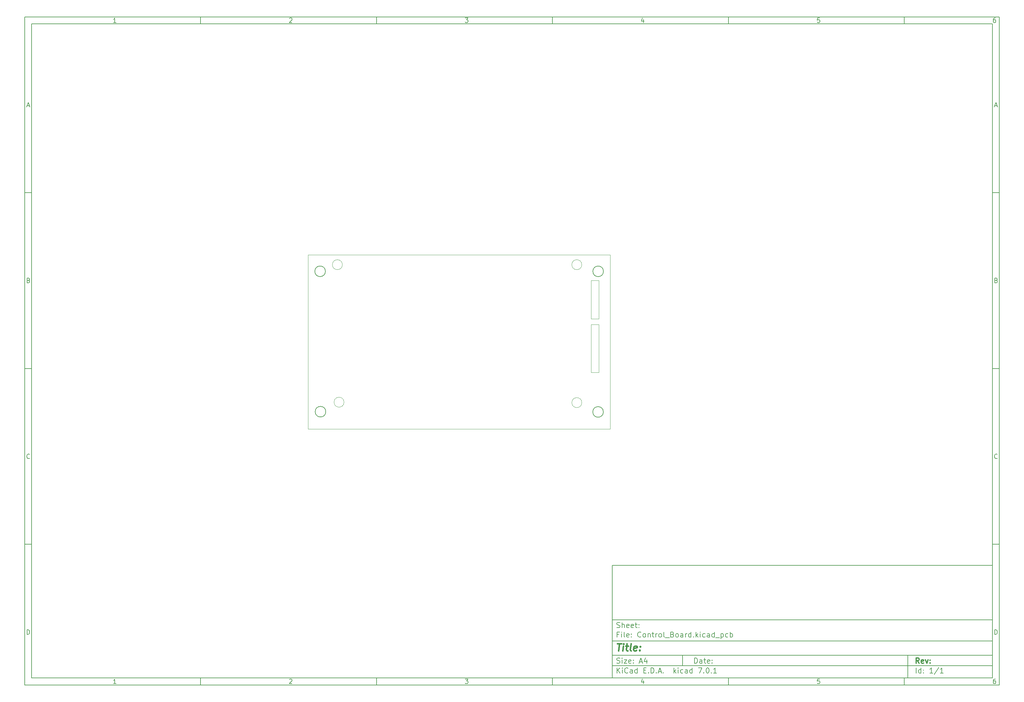
<source format=gbr>
%TF.GenerationSoftware,KiCad,Pcbnew,7.0.1*%
%TF.CreationDate,2023-11-03T16:51:15+00:00*%
%TF.ProjectId,Control_Board,436f6e74-726f-46c5-9f42-6f6172642e6b,rev?*%
%TF.SameCoordinates,Original*%
%TF.FileFunction,Other,ECO1*%
%FSLAX45Y45*%
G04 Gerber Fmt 4.5, Leading zero omitted, Abs format (unit mm)*
G04 Created by KiCad (PCBNEW 7.0.1) date 2023-11-03 16:51:15*
%MOMM*%
%LPD*%
G01*
G04 APERTURE LIST*
%ADD10C,0.100000*%
%ADD11C,0.150000*%
%ADD12C,0.300000*%
%ADD13C,0.400000*%
%TA.AperFunction,Profile*%
%ADD14C,0.200000*%
%TD*%
%TA.AperFunction,Profile*%
%ADD15C,0.100000*%
%TD*%
G04 APERTURE END LIST*
D10*
D11*
X17700220Y-16600720D02*
X28500220Y-16600720D01*
X28500220Y-19800720D01*
X17700220Y-19800720D01*
X17700220Y-16600720D01*
D10*
D11*
X1000000Y-1000000D02*
X28700220Y-1000000D01*
X28700220Y-20000720D01*
X1000000Y-20000720D01*
X1000000Y-1000000D01*
D10*
D11*
X1200000Y-1200000D02*
X28500220Y-1200000D01*
X28500220Y-19800720D01*
X1200000Y-19800720D01*
X1200000Y-1200000D01*
D10*
D11*
X6000000Y-1200000D02*
X6000000Y-1000000D01*
D10*
D11*
X11000000Y-1200000D02*
X11000000Y-1000000D01*
D10*
D11*
X16000000Y-1200000D02*
X16000000Y-1000000D01*
D10*
D11*
X21000000Y-1200000D02*
X21000000Y-1000000D01*
D10*
D11*
X26000000Y-1200000D02*
X26000000Y-1000000D01*
D10*
D11*
X3599048Y-1160140D02*
X3524762Y-1160140D01*
X3561905Y-1160140D02*
X3561905Y-1030140D01*
X3561905Y-1030140D02*
X3549524Y-1048712D01*
X3549524Y-1048712D02*
X3537143Y-1061093D01*
X3537143Y-1061093D02*
X3524762Y-1067283D01*
D10*
D11*
X8524762Y-1042521D02*
X8530952Y-1036331D01*
X8530952Y-1036331D02*
X8543333Y-1030140D01*
X8543333Y-1030140D02*
X8574286Y-1030140D01*
X8574286Y-1030140D02*
X8586667Y-1036331D01*
X8586667Y-1036331D02*
X8592857Y-1042521D01*
X8592857Y-1042521D02*
X8599048Y-1054902D01*
X8599048Y-1054902D02*
X8599048Y-1067283D01*
X8599048Y-1067283D02*
X8592857Y-1085855D01*
X8592857Y-1085855D02*
X8518571Y-1160140D01*
X8518571Y-1160140D02*
X8599048Y-1160140D01*
D10*
D11*
X13518571Y-1030140D02*
X13599048Y-1030140D01*
X13599048Y-1030140D02*
X13555714Y-1079664D01*
X13555714Y-1079664D02*
X13574286Y-1079664D01*
X13574286Y-1079664D02*
X13586667Y-1085855D01*
X13586667Y-1085855D02*
X13592857Y-1092045D01*
X13592857Y-1092045D02*
X13599048Y-1104426D01*
X13599048Y-1104426D02*
X13599048Y-1135379D01*
X13599048Y-1135379D02*
X13592857Y-1147760D01*
X13592857Y-1147760D02*
X13586667Y-1153950D01*
X13586667Y-1153950D02*
X13574286Y-1160140D01*
X13574286Y-1160140D02*
X13537143Y-1160140D01*
X13537143Y-1160140D02*
X13524762Y-1153950D01*
X13524762Y-1153950D02*
X13518571Y-1147760D01*
D10*
D11*
X18586667Y-1073474D02*
X18586667Y-1160140D01*
X18555714Y-1023950D02*
X18524762Y-1116807D01*
X18524762Y-1116807D02*
X18605238Y-1116807D01*
D10*
D11*
X23592857Y-1030140D02*
X23530952Y-1030140D01*
X23530952Y-1030140D02*
X23524762Y-1092045D01*
X23524762Y-1092045D02*
X23530952Y-1085855D01*
X23530952Y-1085855D02*
X23543333Y-1079664D01*
X23543333Y-1079664D02*
X23574286Y-1079664D01*
X23574286Y-1079664D02*
X23586667Y-1085855D01*
X23586667Y-1085855D02*
X23592857Y-1092045D01*
X23592857Y-1092045D02*
X23599048Y-1104426D01*
X23599048Y-1104426D02*
X23599048Y-1135379D01*
X23599048Y-1135379D02*
X23592857Y-1147760D01*
X23592857Y-1147760D02*
X23586667Y-1153950D01*
X23586667Y-1153950D02*
X23574286Y-1160140D01*
X23574286Y-1160140D02*
X23543333Y-1160140D01*
X23543333Y-1160140D02*
X23530952Y-1153950D01*
X23530952Y-1153950D02*
X23524762Y-1147760D01*
D10*
D11*
X28586667Y-1030140D02*
X28561905Y-1030140D01*
X28561905Y-1030140D02*
X28549524Y-1036331D01*
X28549524Y-1036331D02*
X28543333Y-1042521D01*
X28543333Y-1042521D02*
X28530952Y-1061093D01*
X28530952Y-1061093D02*
X28524762Y-1085855D01*
X28524762Y-1085855D02*
X28524762Y-1135379D01*
X28524762Y-1135379D02*
X28530952Y-1147760D01*
X28530952Y-1147760D02*
X28537143Y-1153950D01*
X28537143Y-1153950D02*
X28549524Y-1160140D01*
X28549524Y-1160140D02*
X28574286Y-1160140D01*
X28574286Y-1160140D02*
X28586667Y-1153950D01*
X28586667Y-1153950D02*
X28592857Y-1147760D01*
X28592857Y-1147760D02*
X28599048Y-1135379D01*
X28599048Y-1135379D02*
X28599048Y-1104426D01*
X28599048Y-1104426D02*
X28592857Y-1092045D01*
X28592857Y-1092045D02*
X28586667Y-1085855D01*
X28586667Y-1085855D02*
X28574286Y-1079664D01*
X28574286Y-1079664D02*
X28549524Y-1079664D01*
X28549524Y-1079664D02*
X28537143Y-1085855D01*
X28537143Y-1085855D02*
X28530952Y-1092045D01*
X28530952Y-1092045D02*
X28524762Y-1104426D01*
D10*
D11*
X6000000Y-19800720D02*
X6000000Y-20000720D01*
D10*
D11*
X11000000Y-19800720D02*
X11000000Y-20000720D01*
D10*
D11*
X16000000Y-19800720D02*
X16000000Y-20000720D01*
D10*
D11*
X21000000Y-19800720D02*
X21000000Y-20000720D01*
D10*
D11*
X26000000Y-19800720D02*
X26000000Y-20000720D01*
D10*
D11*
X3599048Y-19960860D02*
X3524762Y-19960860D01*
X3561905Y-19960860D02*
X3561905Y-19830860D01*
X3561905Y-19830860D02*
X3549524Y-19849432D01*
X3549524Y-19849432D02*
X3537143Y-19861813D01*
X3537143Y-19861813D02*
X3524762Y-19868003D01*
D10*
D11*
X8524762Y-19843241D02*
X8530952Y-19837051D01*
X8530952Y-19837051D02*
X8543333Y-19830860D01*
X8543333Y-19830860D02*
X8574286Y-19830860D01*
X8574286Y-19830860D02*
X8586667Y-19837051D01*
X8586667Y-19837051D02*
X8592857Y-19843241D01*
X8592857Y-19843241D02*
X8599048Y-19855622D01*
X8599048Y-19855622D02*
X8599048Y-19868003D01*
X8599048Y-19868003D02*
X8592857Y-19886575D01*
X8592857Y-19886575D02*
X8518571Y-19960860D01*
X8518571Y-19960860D02*
X8599048Y-19960860D01*
D10*
D11*
X13518571Y-19830860D02*
X13599048Y-19830860D01*
X13599048Y-19830860D02*
X13555714Y-19880384D01*
X13555714Y-19880384D02*
X13574286Y-19880384D01*
X13574286Y-19880384D02*
X13586667Y-19886575D01*
X13586667Y-19886575D02*
X13592857Y-19892765D01*
X13592857Y-19892765D02*
X13599048Y-19905146D01*
X13599048Y-19905146D02*
X13599048Y-19936099D01*
X13599048Y-19936099D02*
X13592857Y-19948480D01*
X13592857Y-19948480D02*
X13586667Y-19954670D01*
X13586667Y-19954670D02*
X13574286Y-19960860D01*
X13574286Y-19960860D02*
X13537143Y-19960860D01*
X13537143Y-19960860D02*
X13524762Y-19954670D01*
X13524762Y-19954670D02*
X13518571Y-19948480D01*
D10*
D11*
X18586667Y-19874194D02*
X18586667Y-19960860D01*
X18555714Y-19824670D02*
X18524762Y-19917527D01*
X18524762Y-19917527D02*
X18605238Y-19917527D01*
D10*
D11*
X23592857Y-19830860D02*
X23530952Y-19830860D01*
X23530952Y-19830860D02*
X23524762Y-19892765D01*
X23524762Y-19892765D02*
X23530952Y-19886575D01*
X23530952Y-19886575D02*
X23543333Y-19880384D01*
X23543333Y-19880384D02*
X23574286Y-19880384D01*
X23574286Y-19880384D02*
X23586667Y-19886575D01*
X23586667Y-19886575D02*
X23592857Y-19892765D01*
X23592857Y-19892765D02*
X23599048Y-19905146D01*
X23599048Y-19905146D02*
X23599048Y-19936099D01*
X23599048Y-19936099D02*
X23592857Y-19948480D01*
X23592857Y-19948480D02*
X23586667Y-19954670D01*
X23586667Y-19954670D02*
X23574286Y-19960860D01*
X23574286Y-19960860D02*
X23543333Y-19960860D01*
X23543333Y-19960860D02*
X23530952Y-19954670D01*
X23530952Y-19954670D02*
X23524762Y-19948480D01*
D10*
D11*
X28586667Y-19830860D02*
X28561905Y-19830860D01*
X28561905Y-19830860D02*
X28549524Y-19837051D01*
X28549524Y-19837051D02*
X28543333Y-19843241D01*
X28543333Y-19843241D02*
X28530952Y-19861813D01*
X28530952Y-19861813D02*
X28524762Y-19886575D01*
X28524762Y-19886575D02*
X28524762Y-19936099D01*
X28524762Y-19936099D02*
X28530952Y-19948480D01*
X28530952Y-19948480D02*
X28537143Y-19954670D01*
X28537143Y-19954670D02*
X28549524Y-19960860D01*
X28549524Y-19960860D02*
X28574286Y-19960860D01*
X28574286Y-19960860D02*
X28586667Y-19954670D01*
X28586667Y-19954670D02*
X28592857Y-19948480D01*
X28592857Y-19948480D02*
X28599048Y-19936099D01*
X28599048Y-19936099D02*
X28599048Y-19905146D01*
X28599048Y-19905146D02*
X28592857Y-19892765D01*
X28592857Y-19892765D02*
X28586667Y-19886575D01*
X28586667Y-19886575D02*
X28574286Y-19880384D01*
X28574286Y-19880384D02*
X28549524Y-19880384D01*
X28549524Y-19880384D02*
X28537143Y-19886575D01*
X28537143Y-19886575D02*
X28530952Y-19892765D01*
X28530952Y-19892765D02*
X28524762Y-19905146D01*
D10*
D11*
X1000000Y-6000000D02*
X1200000Y-6000000D01*
D10*
D11*
X1000000Y-11000000D02*
X1200000Y-11000000D01*
D10*
D11*
X1000000Y-16000000D02*
X1200000Y-16000000D01*
D10*
D11*
X1069048Y-3522998D02*
X1130952Y-3522998D01*
X1056667Y-3560140D02*
X1100000Y-3430140D01*
X1100000Y-3430140D02*
X1143333Y-3560140D01*
D10*
D11*
X1109286Y-8492045D02*
X1127857Y-8498236D01*
X1127857Y-8498236D02*
X1134048Y-8504426D01*
X1134048Y-8504426D02*
X1140238Y-8516807D01*
X1140238Y-8516807D02*
X1140238Y-8535379D01*
X1140238Y-8535379D02*
X1134048Y-8547760D01*
X1134048Y-8547760D02*
X1127857Y-8553950D01*
X1127857Y-8553950D02*
X1115476Y-8560140D01*
X1115476Y-8560140D02*
X1065952Y-8560140D01*
X1065952Y-8560140D02*
X1065952Y-8430140D01*
X1065952Y-8430140D02*
X1109286Y-8430140D01*
X1109286Y-8430140D02*
X1121667Y-8436331D01*
X1121667Y-8436331D02*
X1127857Y-8442521D01*
X1127857Y-8442521D02*
X1134048Y-8454902D01*
X1134048Y-8454902D02*
X1134048Y-8467283D01*
X1134048Y-8467283D02*
X1127857Y-8479664D01*
X1127857Y-8479664D02*
X1121667Y-8485855D01*
X1121667Y-8485855D02*
X1109286Y-8492045D01*
X1109286Y-8492045D02*
X1065952Y-8492045D01*
D10*
D11*
X1140238Y-13547759D02*
X1134048Y-13553950D01*
X1134048Y-13553950D02*
X1115476Y-13560140D01*
X1115476Y-13560140D02*
X1103095Y-13560140D01*
X1103095Y-13560140D02*
X1084524Y-13553950D01*
X1084524Y-13553950D02*
X1072143Y-13541569D01*
X1072143Y-13541569D02*
X1065952Y-13529188D01*
X1065952Y-13529188D02*
X1059762Y-13504426D01*
X1059762Y-13504426D02*
X1059762Y-13485855D01*
X1059762Y-13485855D02*
X1065952Y-13461093D01*
X1065952Y-13461093D02*
X1072143Y-13448712D01*
X1072143Y-13448712D02*
X1084524Y-13436331D01*
X1084524Y-13436331D02*
X1103095Y-13430140D01*
X1103095Y-13430140D02*
X1115476Y-13430140D01*
X1115476Y-13430140D02*
X1134048Y-13436331D01*
X1134048Y-13436331D02*
X1140238Y-13442521D01*
D10*
D11*
X1065952Y-18560140D02*
X1065952Y-18430140D01*
X1065952Y-18430140D02*
X1096905Y-18430140D01*
X1096905Y-18430140D02*
X1115476Y-18436331D01*
X1115476Y-18436331D02*
X1127857Y-18448712D01*
X1127857Y-18448712D02*
X1134048Y-18461093D01*
X1134048Y-18461093D02*
X1140238Y-18485855D01*
X1140238Y-18485855D02*
X1140238Y-18504426D01*
X1140238Y-18504426D02*
X1134048Y-18529188D01*
X1134048Y-18529188D02*
X1127857Y-18541569D01*
X1127857Y-18541569D02*
X1115476Y-18553950D01*
X1115476Y-18553950D02*
X1096905Y-18560140D01*
X1096905Y-18560140D02*
X1065952Y-18560140D01*
D10*
D11*
X28700220Y-6000000D02*
X28500220Y-6000000D01*
D10*
D11*
X28700220Y-11000000D02*
X28500220Y-11000000D01*
D10*
D11*
X28700220Y-16000000D02*
X28500220Y-16000000D01*
D10*
D11*
X28569268Y-3522998D02*
X28631172Y-3522998D01*
X28556887Y-3560140D02*
X28600220Y-3430140D01*
X28600220Y-3430140D02*
X28643553Y-3560140D01*
D10*
D11*
X28609506Y-8492045D02*
X28628077Y-8498236D01*
X28628077Y-8498236D02*
X28634268Y-8504426D01*
X28634268Y-8504426D02*
X28640458Y-8516807D01*
X28640458Y-8516807D02*
X28640458Y-8535379D01*
X28640458Y-8535379D02*
X28634268Y-8547760D01*
X28634268Y-8547760D02*
X28628077Y-8553950D01*
X28628077Y-8553950D02*
X28615696Y-8560140D01*
X28615696Y-8560140D02*
X28566172Y-8560140D01*
X28566172Y-8560140D02*
X28566172Y-8430140D01*
X28566172Y-8430140D02*
X28609506Y-8430140D01*
X28609506Y-8430140D02*
X28621887Y-8436331D01*
X28621887Y-8436331D02*
X28628077Y-8442521D01*
X28628077Y-8442521D02*
X28634268Y-8454902D01*
X28634268Y-8454902D02*
X28634268Y-8467283D01*
X28634268Y-8467283D02*
X28628077Y-8479664D01*
X28628077Y-8479664D02*
X28621887Y-8485855D01*
X28621887Y-8485855D02*
X28609506Y-8492045D01*
X28609506Y-8492045D02*
X28566172Y-8492045D01*
D10*
D11*
X28640458Y-13547759D02*
X28634268Y-13553950D01*
X28634268Y-13553950D02*
X28615696Y-13560140D01*
X28615696Y-13560140D02*
X28603315Y-13560140D01*
X28603315Y-13560140D02*
X28584744Y-13553950D01*
X28584744Y-13553950D02*
X28572363Y-13541569D01*
X28572363Y-13541569D02*
X28566172Y-13529188D01*
X28566172Y-13529188D02*
X28559982Y-13504426D01*
X28559982Y-13504426D02*
X28559982Y-13485855D01*
X28559982Y-13485855D02*
X28566172Y-13461093D01*
X28566172Y-13461093D02*
X28572363Y-13448712D01*
X28572363Y-13448712D02*
X28584744Y-13436331D01*
X28584744Y-13436331D02*
X28603315Y-13430140D01*
X28603315Y-13430140D02*
X28615696Y-13430140D01*
X28615696Y-13430140D02*
X28634268Y-13436331D01*
X28634268Y-13436331D02*
X28640458Y-13442521D01*
D10*
D11*
X28566172Y-18560140D02*
X28566172Y-18430140D01*
X28566172Y-18430140D02*
X28597125Y-18430140D01*
X28597125Y-18430140D02*
X28615696Y-18436331D01*
X28615696Y-18436331D02*
X28628077Y-18448712D01*
X28628077Y-18448712D02*
X28634268Y-18461093D01*
X28634268Y-18461093D02*
X28640458Y-18485855D01*
X28640458Y-18485855D02*
X28640458Y-18504426D01*
X28640458Y-18504426D02*
X28634268Y-18529188D01*
X28634268Y-18529188D02*
X28628077Y-18541569D01*
X28628077Y-18541569D02*
X28615696Y-18553950D01*
X28615696Y-18553950D02*
X28597125Y-18560140D01*
X28597125Y-18560140D02*
X28566172Y-18560140D01*
D10*
D11*
X20035934Y-19380113D02*
X20035934Y-19230113D01*
X20035934Y-19230113D02*
X20071649Y-19230113D01*
X20071649Y-19230113D02*
X20093077Y-19237256D01*
X20093077Y-19237256D02*
X20107363Y-19251541D01*
X20107363Y-19251541D02*
X20114506Y-19265827D01*
X20114506Y-19265827D02*
X20121649Y-19294399D01*
X20121649Y-19294399D02*
X20121649Y-19315827D01*
X20121649Y-19315827D02*
X20114506Y-19344399D01*
X20114506Y-19344399D02*
X20107363Y-19358684D01*
X20107363Y-19358684D02*
X20093077Y-19372970D01*
X20093077Y-19372970D02*
X20071649Y-19380113D01*
X20071649Y-19380113D02*
X20035934Y-19380113D01*
X20250220Y-19380113D02*
X20250220Y-19301541D01*
X20250220Y-19301541D02*
X20243077Y-19287256D01*
X20243077Y-19287256D02*
X20228791Y-19280113D01*
X20228791Y-19280113D02*
X20200220Y-19280113D01*
X20200220Y-19280113D02*
X20185934Y-19287256D01*
X20250220Y-19372970D02*
X20235934Y-19380113D01*
X20235934Y-19380113D02*
X20200220Y-19380113D01*
X20200220Y-19380113D02*
X20185934Y-19372970D01*
X20185934Y-19372970D02*
X20178791Y-19358684D01*
X20178791Y-19358684D02*
X20178791Y-19344399D01*
X20178791Y-19344399D02*
X20185934Y-19330113D01*
X20185934Y-19330113D02*
X20200220Y-19322970D01*
X20200220Y-19322970D02*
X20235934Y-19322970D01*
X20235934Y-19322970D02*
X20250220Y-19315827D01*
X20300220Y-19280113D02*
X20357363Y-19280113D01*
X20321649Y-19230113D02*
X20321649Y-19358684D01*
X20321649Y-19358684D02*
X20328791Y-19372970D01*
X20328791Y-19372970D02*
X20343077Y-19380113D01*
X20343077Y-19380113D02*
X20357363Y-19380113D01*
X20464506Y-19372970D02*
X20450220Y-19380113D01*
X20450220Y-19380113D02*
X20421649Y-19380113D01*
X20421649Y-19380113D02*
X20407363Y-19372970D01*
X20407363Y-19372970D02*
X20400220Y-19358684D01*
X20400220Y-19358684D02*
X20400220Y-19301541D01*
X20400220Y-19301541D02*
X20407363Y-19287256D01*
X20407363Y-19287256D02*
X20421649Y-19280113D01*
X20421649Y-19280113D02*
X20450220Y-19280113D01*
X20450220Y-19280113D02*
X20464506Y-19287256D01*
X20464506Y-19287256D02*
X20471649Y-19301541D01*
X20471649Y-19301541D02*
X20471649Y-19315827D01*
X20471649Y-19315827D02*
X20400220Y-19330113D01*
X20535934Y-19365827D02*
X20543077Y-19372970D01*
X20543077Y-19372970D02*
X20535934Y-19380113D01*
X20535934Y-19380113D02*
X20528791Y-19372970D01*
X20528791Y-19372970D02*
X20535934Y-19365827D01*
X20535934Y-19365827D02*
X20535934Y-19380113D01*
X20535934Y-19287256D02*
X20543077Y-19294399D01*
X20543077Y-19294399D02*
X20535934Y-19301541D01*
X20535934Y-19301541D02*
X20528791Y-19294399D01*
X20528791Y-19294399D02*
X20535934Y-19287256D01*
X20535934Y-19287256D02*
X20535934Y-19301541D01*
D10*
D11*
X17700220Y-19450720D02*
X28500220Y-19450720D01*
D10*
D11*
X17835934Y-19660113D02*
X17835934Y-19510113D01*
X17921649Y-19660113D02*
X17857363Y-19574399D01*
X17921649Y-19510113D02*
X17835934Y-19595827D01*
X17985934Y-19660113D02*
X17985934Y-19560113D01*
X17985934Y-19510113D02*
X17978791Y-19517256D01*
X17978791Y-19517256D02*
X17985934Y-19524399D01*
X17985934Y-19524399D02*
X17993077Y-19517256D01*
X17993077Y-19517256D02*
X17985934Y-19510113D01*
X17985934Y-19510113D02*
X17985934Y-19524399D01*
X18143077Y-19645827D02*
X18135934Y-19652970D01*
X18135934Y-19652970D02*
X18114506Y-19660113D01*
X18114506Y-19660113D02*
X18100220Y-19660113D01*
X18100220Y-19660113D02*
X18078791Y-19652970D01*
X18078791Y-19652970D02*
X18064506Y-19638684D01*
X18064506Y-19638684D02*
X18057363Y-19624399D01*
X18057363Y-19624399D02*
X18050220Y-19595827D01*
X18050220Y-19595827D02*
X18050220Y-19574399D01*
X18050220Y-19574399D02*
X18057363Y-19545827D01*
X18057363Y-19545827D02*
X18064506Y-19531541D01*
X18064506Y-19531541D02*
X18078791Y-19517256D01*
X18078791Y-19517256D02*
X18100220Y-19510113D01*
X18100220Y-19510113D02*
X18114506Y-19510113D01*
X18114506Y-19510113D02*
X18135934Y-19517256D01*
X18135934Y-19517256D02*
X18143077Y-19524399D01*
X18271649Y-19660113D02*
X18271649Y-19581541D01*
X18271649Y-19581541D02*
X18264506Y-19567256D01*
X18264506Y-19567256D02*
X18250220Y-19560113D01*
X18250220Y-19560113D02*
X18221649Y-19560113D01*
X18221649Y-19560113D02*
X18207363Y-19567256D01*
X18271649Y-19652970D02*
X18257363Y-19660113D01*
X18257363Y-19660113D02*
X18221649Y-19660113D01*
X18221649Y-19660113D02*
X18207363Y-19652970D01*
X18207363Y-19652970D02*
X18200220Y-19638684D01*
X18200220Y-19638684D02*
X18200220Y-19624399D01*
X18200220Y-19624399D02*
X18207363Y-19610113D01*
X18207363Y-19610113D02*
X18221649Y-19602970D01*
X18221649Y-19602970D02*
X18257363Y-19602970D01*
X18257363Y-19602970D02*
X18271649Y-19595827D01*
X18407363Y-19660113D02*
X18407363Y-19510113D01*
X18407363Y-19652970D02*
X18393077Y-19660113D01*
X18393077Y-19660113D02*
X18364506Y-19660113D01*
X18364506Y-19660113D02*
X18350220Y-19652970D01*
X18350220Y-19652970D02*
X18343077Y-19645827D01*
X18343077Y-19645827D02*
X18335934Y-19631541D01*
X18335934Y-19631541D02*
X18335934Y-19588684D01*
X18335934Y-19588684D02*
X18343077Y-19574399D01*
X18343077Y-19574399D02*
X18350220Y-19567256D01*
X18350220Y-19567256D02*
X18364506Y-19560113D01*
X18364506Y-19560113D02*
X18393077Y-19560113D01*
X18393077Y-19560113D02*
X18407363Y-19567256D01*
X18593077Y-19581541D02*
X18643077Y-19581541D01*
X18664506Y-19660113D02*
X18593077Y-19660113D01*
X18593077Y-19660113D02*
X18593077Y-19510113D01*
X18593077Y-19510113D02*
X18664506Y-19510113D01*
X18728791Y-19645827D02*
X18735934Y-19652970D01*
X18735934Y-19652970D02*
X18728791Y-19660113D01*
X18728791Y-19660113D02*
X18721649Y-19652970D01*
X18721649Y-19652970D02*
X18728791Y-19645827D01*
X18728791Y-19645827D02*
X18728791Y-19660113D01*
X18800220Y-19660113D02*
X18800220Y-19510113D01*
X18800220Y-19510113D02*
X18835934Y-19510113D01*
X18835934Y-19510113D02*
X18857363Y-19517256D01*
X18857363Y-19517256D02*
X18871649Y-19531541D01*
X18871649Y-19531541D02*
X18878792Y-19545827D01*
X18878792Y-19545827D02*
X18885934Y-19574399D01*
X18885934Y-19574399D02*
X18885934Y-19595827D01*
X18885934Y-19595827D02*
X18878792Y-19624399D01*
X18878792Y-19624399D02*
X18871649Y-19638684D01*
X18871649Y-19638684D02*
X18857363Y-19652970D01*
X18857363Y-19652970D02*
X18835934Y-19660113D01*
X18835934Y-19660113D02*
X18800220Y-19660113D01*
X18950220Y-19645827D02*
X18957363Y-19652970D01*
X18957363Y-19652970D02*
X18950220Y-19660113D01*
X18950220Y-19660113D02*
X18943077Y-19652970D01*
X18943077Y-19652970D02*
X18950220Y-19645827D01*
X18950220Y-19645827D02*
X18950220Y-19660113D01*
X19014506Y-19617256D02*
X19085934Y-19617256D01*
X19000220Y-19660113D02*
X19050220Y-19510113D01*
X19050220Y-19510113D02*
X19100220Y-19660113D01*
X19150220Y-19645827D02*
X19157363Y-19652970D01*
X19157363Y-19652970D02*
X19150220Y-19660113D01*
X19150220Y-19660113D02*
X19143077Y-19652970D01*
X19143077Y-19652970D02*
X19150220Y-19645827D01*
X19150220Y-19645827D02*
X19150220Y-19660113D01*
X19450220Y-19660113D02*
X19450220Y-19510113D01*
X19464506Y-19602970D02*
X19507363Y-19660113D01*
X19507363Y-19560113D02*
X19450220Y-19617256D01*
X19571649Y-19660113D02*
X19571649Y-19560113D01*
X19571649Y-19510113D02*
X19564506Y-19517256D01*
X19564506Y-19517256D02*
X19571649Y-19524399D01*
X19571649Y-19524399D02*
X19578792Y-19517256D01*
X19578792Y-19517256D02*
X19571649Y-19510113D01*
X19571649Y-19510113D02*
X19571649Y-19524399D01*
X19707363Y-19652970D02*
X19693077Y-19660113D01*
X19693077Y-19660113D02*
X19664506Y-19660113D01*
X19664506Y-19660113D02*
X19650220Y-19652970D01*
X19650220Y-19652970D02*
X19643077Y-19645827D01*
X19643077Y-19645827D02*
X19635934Y-19631541D01*
X19635934Y-19631541D02*
X19635934Y-19588684D01*
X19635934Y-19588684D02*
X19643077Y-19574399D01*
X19643077Y-19574399D02*
X19650220Y-19567256D01*
X19650220Y-19567256D02*
X19664506Y-19560113D01*
X19664506Y-19560113D02*
X19693077Y-19560113D01*
X19693077Y-19560113D02*
X19707363Y-19567256D01*
X19835934Y-19660113D02*
X19835934Y-19581541D01*
X19835934Y-19581541D02*
X19828792Y-19567256D01*
X19828792Y-19567256D02*
X19814506Y-19560113D01*
X19814506Y-19560113D02*
X19785934Y-19560113D01*
X19785934Y-19560113D02*
X19771649Y-19567256D01*
X19835934Y-19652970D02*
X19821649Y-19660113D01*
X19821649Y-19660113D02*
X19785934Y-19660113D01*
X19785934Y-19660113D02*
X19771649Y-19652970D01*
X19771649Y-19652970D02*
X19764506Y-19638684D01*
X19764506Y-19638684D02*
X19764506Y-19624399D01*
X19764506Y-19624399D02*
X19771649Y-19610113D01*
X19771649Y-19610113D02*
X19785934Y-19602970D01*
X19785934Y-19602970D02*
X19821649Y-19602970D01*
X19821649Y-19602970D02*
X19835934Y-19595827D01*
X19971649Y-19660113D02*
X19971649Y-19510113D01*
X19971649Y-19652970D02*
X19957363Y-19660113D01*
X19957363Y-19660113D02*
X19928792Y-19660113D01*
X19928792Y-19660113D02*
X19914506Y-19652970D01*
X19914506Y-19652970D02*
X19907363Y-19645827D01*
X19907363Y-19645827D02*
X19900220Y-19631541D01*
X19900220Y-19631541D02*
X19900220Y-19588684D01*
X19900220Y-19588684D02*
X19907363Y-19574399D01*
X19907363Y-19574399D02*
X19914506Y-19567256D01*
X19914506Y-19567256D02*
X19928792Y-19560113D01*
X19928792Y-19560113D02*
X19957363Y-19560113D01*
X19957363Y-19560113D02*
X19971649Y-19567256D01*
X20143077Y-19510113D02*
X20243077Y-19510113D01*
X20243077Y-19510113D02*
X20178792Y-19660113D01*
X20300220Y-19645827D02*
X20307363Y-19652970D01*
X20307363Y-19652970D02*
X20300220Y-19660113D01*
X20300220Y-19660113D02*
X20293077Y-19652970D01*
X20293077Y-19652970D02*
X20300220Y-19645827D01*
X20300220Y-19645827D02*
X20300220Y-19660113D01*
X20400220Y-19510113D02*
X20414506Y-19510113D01*
X20414506Y-19510113D02*
X20428792Y-19517256D01*
X20428792Y-19517256D02*
X20435934Y-19524399D01*
X20435934Y-19524399D02*
X20443077Y-19538684D01*
X20443077Y-19538684D02*
X20450220Y-19567256D01*
X20450220Y-19567256D02*
X20450220Y-19602970D01*
X20450220Y-19602970D02*
X20443077Y-19631541D01*
X20443077Y-19631541D02*
X20435934Y-19645827D01*
X20435934Y-19645827D02*
X20428792Y-19652970D01*
X20428792Y-19652970D02*
X20414506Y-19660113D01*
X20414506Y-19660113D02*
X20400220Y-19660113D01*
X20400220Y-19660113D02*
X20385934Y-19652970D01*
X20385934Y-19652970D02*
X20378792Y-19645827D01*
X20378792Y-19645827D02*
X20371649Y-19631541D01*
X20371649Y-19631541D02*
X20364506Y-19602970D01*
X20364506Y-19602970D02*
X20364506Y-19567256D01*
X20364506Y-19567256D02*
X20371649Y-19538684D01*
X20371649Y-19538684D02*
X20378792Y-19524399D01*
X20378792Y-19524399D02*
X20385934Y-19517256D01*
X20385934Y-19517256D02*
X20400220Y-19510113D01*
X20514506Y-19645827D02*
X20521649Y-19652970D01*
X20521649Y-19652970D02*
X20514506Y-19660113D01*
X20514506Y-19660113D02*
X20507363Y-19652970D01*
X20507363Y-19652970D02*
X20514506Y-19645827D01*
X20514506Y-19645827D02*
X20514506Y-19660113D01*
X20664506Y-19660113D02*
X20578792Y-19660113D01*
X20621649Y-19660113D02*
X20621649Y-19510113D01*
X20621649Y-19510113D02*
X20607363Y-19531541D01*
X20607363Y-19531541D02*
X20593077Y-19545827D01*
X20593077Y-19545827D02*
X20578792Y-19552970D01*
D10*
D11*
X17700220Y-19150720D02*
X28500220Y-19150720D01*
D10*
D12*
X26421648Y-19380113D02*
X26371648Y-19308684D01*
X26335934Y-19380113D02*
X26335934Y-19230113D01*
X26335934Y-19230113D02*
X26393077Y-19230113D01*
X26393077Y-19230113D02*
X26407363Y-19237256D01*
X26407363Y-19237256D02*
X26414506Y-19244399D01*
X26414506Y-19244399D02*
X26421648Y-19258684D01*
X26421648Y-19258684D02*
X26421648Y-19280113D01*
X26421648Y-19280113D02*
X26414506Y-19294399D01*
X26414506Y-19294399D02*
X26407363Y-19301541D01*
X26407363Y-19301541D02*
X26393077Y-19308684D01*
X26393077Y-19308684D02*
X26335934Y-19308684D01*
X26543077Y-19372970D02*
X26528791Y-19380113D01*
X26528791Y-19380113D02*
X26500220Y-19380113D01*
X26500220Y-19380113D02*
X26485934Y-19372970D01*
X26485934Y-19372970D02*
X26478791Y-19358684D01*
X26478791Y-19358684D02*
X26478791Y-19301541D01*
X26478791Y-19301541D02*
X26485934Y-19287256D01*
X26485934Y-19287256D02*
X26500220Y-19280113D01*
X26500220Y-19280113D02*
X26528791Y-19280113D01*
X26528791Y-19280113D02*
X26543077Y-19287256D01*
X26543077Y-19287256D02*
X26550220Y-19301541D01*
X26550220Y-19301541D02*
X26550220Y-19315827D01*
X26550220Y-19315827D02*
X26478791Y-19330113D01*
X26600220Y-19280113D02*
X26635934Y-19380113D01*
X26635934Y-19380113D02*
X26671648Y-19280113D01*
X26728791Y-19365827D02*
X26735934Y-19372970D01*
X26735934Y-19372970D02*
X26728791Y-19380113D01*
X26728791Y-19380113D02*
X26721648Y-19372970D01*
X26721648Y-19372970D02*
X26728791Y-19365827D01*
X26728791Y-19365827D02*
X26728791Y-19380113D01*
X26728791Y-19287256D02*
X26735934Y-19294399D01*
X26735934Y-19294399D02*
X26728791Y-19301541D01*
X26728791Y-19301541D02*
X26721648Y-19294399D01*
X26721648Y-19294399D02*
X26728791Y-19287256D01*
X26728791Y-19287256D02*
X26728791Y-19301541D01*
D10*
D11*
X17828791Y-19372970D02*
X17850220Y-19380113D01*
X17850220Y-19380113D02*
X17885934Y-19380113D01*
X17885934Y-19380113D02*
X17900220Y-19372970D01*
X17900220Y-19372970D02*
X17907363Y-19365827D01*
X17907363Y-19365827D02*
X17914506Y-19351541D01*
X17914506Y-19351541D02*
X17914506Y-19337256D01*
X17914506Y-19337256D02*
X17907363Y-19322970D01*
X17907363Y-19322970D02*
X17900220Y-19315827D01*
X17900220Y-19315827D02*
X17885934Y-19308684D01*
X17885934Y-19308684D02*
X17857363Y-19301541D01*
X17857363Y-19301541D02*
X17843077Y-19294399D01*
X17843077Y-19294399D02*
X17835934Y-19287256D01*
X17835934Y-19287256D02*
X17828791Y-19272970D01*
X17828791Y-19272970D02*
X17828791Y-19258684D01*
X17828791Y-19258684D02*
X17835934Y-19244399D01*
X17835934Y-19244399D02*
X17843077Y-19237256D01*
X17843077Y-19237256D02*
X17857363Y-19230113D01*
X17857363Y-19230113D02*
X17893077Y-19230113D01*
X17893077Y-19230113D02*
X17914506Y-19237256D01*
X17978791Y-19380113D02*
X17978791Y-19280113D01*
X17978791Y-19230113D02*
X17971649Y-19237256D01*
X17971649Y-19237256D02*
X17978791Y-19244399D01*
X17978791Y-19244399D02*
X17985934Y-19237256D01*
X17985934Y-19237256D02*
X17978791Y-19230113D01*
X17978791Y-19230113D02*
X17978791Y-19244399D01*
X18035934Y-19280113D02*
X18114506Y-19280113D01*
X18114506Y-19280113D02*
X18035934Y-19380113D01*
X18035934Y-19380113D02*
X18114506Y-19380113D01*
X18228791Y-19372970D02*
X18214506Y-19380113D01*
X18214506Y-19380113D02*
X18185934Y-19380113D01*
X18185934Y-19380113D02*
X18171649Y-19372970D01*
X18171649Y-19372970D02*
X18164506Y-19358684D01*
X18164506Y-19358684D02*
X18164506Y-19301541D01*
X18164506Y-19301541D02*
X18171649Y-19287256D01*
X18171649Y-19287256D02*
X18185934Y-19280113D01*
X18185934Y-19280113D02*
X18214506Y-19280113D01*
X18214506Y-19280113D02*
X18228791Y-19287256D01*
X18228791Y-19287256D02*
X18235934Y-19301541D01*
X18235934Y-19301541D02*
X18235934Y-19315827D01*
X18235934Y-19315827D02*
X18164506Y-19330113D01*
X18300220Y-19365827D02*
X18307363Y-19372970D01*
X18307363Y-19372970D02*
X18300220Y-19380113D01*
X18300220Y-19380113D02*
X18293077Y-19372970D01*
X18293077Y-19372970D02*
X18300220Y-19365827D01*
X18300220Y-19365827D02*
X18300220Y-19380113D01*
X18300220Y-19287256D02*
X18307363Y-19294399D01*
X18307363Y-19294399D02*
X18300220Y-19301541D01*
X18300220Y-19301541D02*
X18293077Y-19294399D01*
X18293077Y-19294399D02*
X18300220Y-19287256D01*
X18300220Y-19287256D02*
X18300220Y-19301541D01*
X18478791Y-19337256D02*
X18550220Y-19337256D01*
X18464506Y-19380113D02*
X18514506Y-19230113D01*
X18514506Y-19230113D02*
X18564506Y-19380113D01*
X18678791Y-19280113D02*
X18678791Y-19380113D01*
X18643077Y-19222970D02*
X18607363Y-19330113D01*
X18607363Y-19330113D02*
X18700220Y-19330113D01*
D10*
D11*
X26335934Y-19660113D02*
X26335934Y-19510113D01*
X26471649Y-19660113D02*
X26471649Y-19510113D01*
X26471649Y-19652970D02*
X26457363Y-19660113D01*
X26457363Y-19660113D02*
X26428791Y-19660113D01*
X26428791Y-19660113D02*
X26414506Y-19652970D01*
X26414506Y-19652970D02*
X26407363Y-19645827D01*
X26407363Y-19645827D02*
X26400220Y-19631541D01*
X26400220Y-19631541D02*
X26400220Y-19588684D01*
X26400220Y-19588684D02*
X26407363Y-19574399D01*
X26407363Y-19574399D02*
X26414506Y-19567256D01*
X26414506Y-19567256D02*
X26428791Y-19560113D01*
X26428791Y-19560113D02*
X26457363Y-19560113D01*
X26457363Y-19560113D02*
X26471649Y-19567256D01*
X26543077Y-19645827D02*
X26550220Y-19652970D01*
X26550220Y-19652970D02*
X26543077Y-19660113D01*
X26543077Y-19660113D02*
X26535934Y-19652970D01*
X26535934Y-19652970D02*
X26543077Y-19645827D01*
X26543077Y-19645827D02*
X26543077Y-19660113D01*
X26543077Y-19567256D02*
X26550220Y-19574399D01*
X26550220Y-19574399D02*
X26543077Y-19581541D01*
X26543077Y-19581541D02*
X26535934Y-19574399D01*
X26535934Y-19574399D02*
X26543077Y-19567256D01*
X26543077Y-19567256D02*
X26543077Y-19581541D01*
X26807363Y-19660113D02*
X26721649Y-19660113D01*
X26764506Y-19660113D02*
X26764506Y-19510113D01*
X26764506Y-19510113D02*
X26750220Y-19531541D01*
X26750220Y-19531541D02*
X26735934Y-19545827D01*
X26735934Y-19545827D02*
X26721649Y-19552970D01*
X26978791Y-19502970D02*
X26850220Y-19695827D01*
X27107363Y-19660113D02*
X27021649Y-19660113D01*
X27064506Y-19660113D02*
X27064506Y-19510113D01*
X27064506Y-19510113D02*
X27050220Y-19531541D01*
X27050220Y-19531541D02*
X27035934Y-19545827D01*
X27035934Y-19545827D02*
X27021649Y-19552970D01*
D10*
D11*
X17700220Y-18750720D02*
X28500220Y-18750720D01*
D10*
D13*
X17843077Y-18823244D02*
X17957363Y-18823244D01*
X17875220Y-19023244D02*
X17900220Y-18823244D01*
X17997839Y-19023244D02*
X18014506Y-18889910D01*
X18022839Y-18823244D02*
X18012125Y-18832768D01*
X18012125Y-18832768D02*
X18020458Y-18842291D01*
X18020458Y-18842291D02*
X18031172Y-18832768D01*
X18031172Y-18832768D02*
X18022839Y-18823244D01*
X18022839Y-18823244D02*
X18020458Y-18842291D01*
X18079982Y-18889910D02*
X18156172Y-18889910D01*
X18116887Y-18823244D02*
X18095458Y-18994672D01*
X18095458Y-18994672D02*
X18102601Y-19013720D01*
X18102601Y-19013720D02*
X18120458Y-19023244D01*
X18120458Y-19023244D02*
X18139506Y-19023244D01*
X18233553Y-19023244D02*
X18215696Y-19013720D01*
X18215696Y-19013720D02*
X18208553Y-18994672D01*
X18208553Y-18994672D02*
X18229982Y-18823244D01*
X18385934Y-19013720D02*
X18365696Y-19023244D01*
X18365696Y-19023244D02*
X18327601Y-19023244D01*
X18327601Y-19023244D02*
X18309744Y-19013720D01*
X18309744Y-19013720D02*
X18302601Y-18994672D01*
X18302601Y-18994672D02*
X18312125Y-18918482D01*
X18312125Y-18918482D02*
X18324029Y-18899434D01*
X18324029Y-18899434D02*
X18344268Y-18889910D01*
X18344268Y-18889910D02*
X18382363Y-18889910D01*
X18382363Y-18889910D02*
X18400220Y-18899434D01*
X18400220Y-18899434D02*
X18407363Y-18918482D01*
X18407363Y-18918482D02*
X18404982Y-18937530D01*
X18404982Y-18937530D02*
X18307363Y-18956577D01*
X18481172Y-19004196D02*
X18489506Y-19013720D01*
X18489506Y-19013720D02*
X18478791Y-19023244D01*
X18478791Y-19023244D02*
X18470458Y-19013720D01*
X18470458Y-19013720D02*
X18481172Y-19004196D01*
X18481172Y-19004196D02*
X18478791Y-19023244D01*
X18494268Y-18899434D02*
X18502601Y-18908958D01*
X18502601Y-18908958D02*
X18491887Y-18918482D01*
X18491887Y-18918482D02*
X18483553Y-18908958D01*
X18483553Y-18908958D02*
X18494268Y-18899434D01*
X18494268Y-18899434D02*
X18491887Y-18918482D01*
D10*
D11*
X17885934Y-18561541D02*
X17835934Y-18561541D01*
X17835934Y-18640113D02*
X17835934Y-18490113D01*
X17835934Y-18490113D02*
X17907363Y-18490113D01*
X17964506Y-18640113D02*
X17964506Y-18540113D01*
X17964506Y-18490113D02*
X17957363Y-18497256D01*
X17957363Y-18497256D02*
X17964506Y-18504399D01*
X17964506Y-18504399D02*
X17971649Y-18497256D01*
X17971649Y-18497256D02*
X17964506Y-18490113D01*
X17964506Y-18490113D02*
X17964506Y-18504399D01*
X18057363Y-18640113D02*
X18043077Y-18632970D01*
X18043077Y-18632970D02*
X18035934Y-18618684D01*
X18035934Y-18618684D02*
X18035934Y-18490113D01*
X18171649Y-18632970D02*
X18157363Y-18640113D01*
X18157363Y-18640113D02*
X18128791Y-18640113D01*
X18128791Y-18640113D02*
X18114506Y-18632970D01*
X18114506Y-18632970D02*
X18107363Y-18618684D01*
X18107363Y-18618684D02*
X18107363Y-18561541D01*
X18107363Y-18561541D02*
X18114506Y-18547256D01*
X18114506Y-18547256D02*
X18128791Y-18540113D01*
X18128791Y-18540113D02*
X18157363Y-18540113D01*
X18157363Y-18540113D02*
X18171649Y-18547256D01*
X18171649Y-18547256D02*
X18178791Y-18561541D01*
X18178791Y-18561541D02*
X18178791Y-18575827D01*
X18178791Y-18575827D02*
X18107363Y-18590113D01*
X18243077Y-18625827D02*
X18250220Y-18632970D01*
X18250220Y-18632970D02*
X18243077Y-18640113D01*
X18243077Y-18640113D02*
X18235934Y-18632970D01*
X18235934Y-18632970D02*
X18243077Y-18625827D01*
X18243077Y-18625827D02*
X18243077Y-18640113D01*
X18243077Y-18547256D02*
X18250220Y-18554399D01*
X18250220Y-18554399D02*
X18243077Y-18561541D01*
X18243077Y-18561541D02*
X18235934Y-18554399D01*
X18235934Y-18554399D02*
X18243077Y-18547256D01*
X18243077Y-18547256D02*
X18243077Y-18561541D01*
X18514506Y-18625827D02*
X18507363Y-18632970D01*
X18507363Y-18632970D02*
X18485934Y-18640113D01*
X18485934Y-18640113D02*
X18471649Y-18640113D01*
X18471649Y-18640113D02*
X18450220Y-18632970D01*
X18450220Y-18632970D02*
X18435934Y-18618684D01*
X18435934Y-18618684D02*
X18428791Y-18604399D01*
X18428791Y-18604399D02*
X18421649Y-18575827D01*
X18421649Y-18575827D02*
X18421649Y-18554399D01*
X18421649Y-18554399D02*
X18428791Y-18525827D01*
X18428791Y-18525827D02*
X18435934Y-18511541D01*
X18435934Y-18511541D02*
X18450220Y-18497256D01*
X18450220Y-18497256D02*
X18471649Y-18490113D01*
X18471649Y-18490113D02*
X18485934Y-18490113D01*
X18485934Y-18490113D02*
X18507363Y-18497256D01*
X18507363Y-18497256D02*
X18514506Y-18504399D01*
X18600220Y-18640113D02*
X18585934Y-18632970D01*
X18585934Y-18632970D02*
X18578791Y-18625827D01*
X18578791Y-18625827D02*
X18571649Y-18611541D01*
X18571649Y-18611541D02*
X18571649Y-18568684D01*
X18571649Y-18568684D02*
X18578791Y-18554399D01*
X18578791Y-18554399D02*
X18585934Y-18547256D01*
X18585934Y-18547256D02*
X18600220Y-18540113D01*
X18600220Y-18540113D02*
X18621649Y-18540113D01*
X18621649Y-18540113D02*
X18635934Y-18547256D01*
X18635934Y-18547256D02*
X18643077Y-18554399D01*
X18643077Y-18554399D02*
X18650220Y-18568684D01*
X18650220Y-18568684D02*
X18650220Y-18611541D01*
X18650220Y-18611541D02*
X18643077Y-18625827D01*
X18643077Y-18625827D02*
X18635934Y-18632970D01*
X18635934Y-18632970D02*
X18621649Y-18640113D01*
X18621649Y-18640113D02*
X18600220Y-18640113D01*
X18714506Y-18540113D02*
X18714506Y-18640113D01*
X18714506Y-18554399D02*
X18721649Y-18547256D01*
X18721649Y-18547256D02*
X18735934Y-18540113D01*
X18735934Y-18540113D02*
X18757363Y-18540113D01*
X18757363Y-18540113D02*
X18771649Y-18547256D01*
X18771649Y-18547256D02*
X18778791Y-18561541D01*
X18778791Y-18561541D02*
X18778791Y-18640113D01*
X18828791Y-18540113D02*
X18885934Y-18540113D01*
X18850220Y-18490113D02*
X18850220Y-18618684D01*
X18850220Y-18618684D02*
X18857363Y-18632970D01*
X18857363Y-18632970D02*
X18871649Y-18640113D01*
X18871649Y-18640113D02*
X18885934Y-18640113D01*
X18935934Y-18640113D02*
X18935934Y-18540113D01*
X18935934Y-18568684D02*
X18943077Y-18554399D01*
X18943077Y-18554399D02*
X18950220Y-18547256D01*
X18950220Y-18547256D02*
X18964506Y-18540113D01*
X18964506Y-18540113D02*
X18978791Y-18540113D01*
X19050220Y-18640113D02*
X19035934Y-18632970D01*
X19035934Y-18632970D02*
X19028791Y-18625827D01*
X19028791Y-18625827D02*
X19021649Y-18611541D01*
X19021649Y-18611541D02*
X19021649Y-18568684D01*
X19021649Y-18568684D02*
X19028791Y-18554399D01*
X19028791Y-18554399D02*
X19035934Y-18547256D01*
X19035934Y-18547256D02*
X19050220Y-18540113D01*
X19050220Y-18540113D02*
X19071649Y-18540113D01*
X19071649Y-18540113D02*
X19085934Y-18547256D01*
X19085934Y-18547256D02*
X19093077Y-18554399D01*
X19093077Y-18554399D02*
X19100220Y-18568684D01*
X19100220Y-18568684D02*
X19100220Y-18611541D01*
X19100220Y-18611541D02*
X19093077Y-18625827D01*
X19093077Y-18625827D02*
X19085934Y-18632970D01*
X19085934Y-18632970D02*
X19071649Y-18640113D01*
X19071649Y-18640113D02*
X19050220Y-18640113D01*
X19185934Y-18640113D02*
X19171649Y-18632970D01*
X19171649Y-18632970D02*
X19164506Y-18618684D01*
X19164506Y-18618684D02*
X19164506Y-18490113D01*
X19207363Y-18654399D02*
X19321649Y-18654399D01*
X19407363Y-18561541D02*
X19428791Y-18568684D01*
X19428791Y-18568684D02*
X19435934Y-18575827D01*
X19435934Y-18575827D02*
X19443077Y-18590113D01*
X19443077Y-18590113D02*
X19443077Y-18611541D01*
X19443077Y-18611541D02*
X19435934Y-18625827D01*
X19435934Y-18625827D02*
X19428791Y-18632970D01*
X19428791Y-18632970D02*
X19414506Y-18640113D01*
X19414506Y-18640113D02*
X19357363Y-18640113D01*
X19357363Y-18640113D02*
X19357363Y-18490113D01*
X19357363Y-18490113D02*
X19407363Y-18490113D01*
X19407363Y-18490113D02*
X19421649Y-18497256D01*
X19421649Y-18497256D02*
X19428791Y-18504399D01*
X19428791Y-18504399D02*
X19435934Y-18518684D01*
X19435934Y-18518684D02*
X19435934Y-18532970D01*
X19435934Y-18532970D02*
X19428791Y-18547256D01*
X19428791Y-18547256D02*
X19421649Y-18554399D01*
X19421649Y-18554399D02*
X19407363Y-18561541D01*
X19407363Y-18561541D02*
X19357363Y-18561541D01*
X19528791Y-18640113D02*
X19514506Y-18632970D01*
X19514506Y-18632970D02*
X19507363Y-18625827D01*
X19507363Y-18625827D02*
X19500220Y-18611541D01*
X19500220Y-18611541D02*
X19500220Y-18568684D01*
X19500220Y-18568684D02*
X19507363Y-18554399D01*
X19507363Y-18554399D02*
X19514506Y-18547256D01*
X19514506Y-18547256D02*
X19528791Y-18540113D01*
X19528791Y-18540113D02*
X19550220Y-18540113D01*
X19550220Y-18540113D02*
X19564506Y-18547256D01*
X19564506Y-18547256D02*
X19571649Y-18554399D01*
X19571649Y-18554399D02*
X19578791Y-18568684D01*
X19578791Y-18568684D02*
X19578791Y-18611541D01*
X19578791Y-18611541D02*
X19571649Y-18625827D01*
X19571649Y-18625827D02*
X19564506Y-18632970D01*
X19564506Y-18632970D02*
X19550220Y-18640113D01*
X19550220Y-18640113D02*
X19528791Y-18640113D01*
X19707363Y-18640113D02*
X19707363Y-18561541D01*
X19707363Y-18561541D02*
X19700220Y-18547256D01*
X19700220Y-18547256D02*
X19685934Y-18540113D01*
X19685934Y-18540113D02*
X19657363Y-18540113D01*
X19657363Y-18540113D02*
X19643077Y-18547256D01*
X19707363Y-18632970D02*
X19693077Y-18640113D01*
X19693077Y-18640113D02*
X19657363Y-18640113D01*
X19657363Y-18640113D02*
X19643077Y-18632970D01*
X19643077Y-18632970D02*
X19635934Y-18618684D01*
X19635934Y-18618684D02*
X19635934Y-18604399D01*
X19635934Y-18604399D02*
X19643077Y-18590113D01*
X19643077Y-18590113D02*
X19657363Y-18582970D01*
X19657363Y-18582970D02*
X19693077Y-18582970D01*
X19693077Y-18582970D02*
X19707363Y-18575827D01*
X19778791Y-18640113D02*
X19778791Y-18540113D01*
X19778791Y-18568684D02*
X19785934Y-18554399D01*
X19785934Y-18554399D02*
X19793077Y-18547256D01*
X19793077Y-18547256D02*
X19807363Y-18540113D01*
X19807363Y-18540113D02*
X19821649Y-18540113D01*
X19935934Y-18640113D02*
X19935934Y-18490113D01*
X19935934Y-18632970D02*
X19921648Y-18640113D01*
X19921648Y-18640113D02*
X19893077Y-18640113D01*
X19893077Y-18640113D02*
X19878791Y-18632970D01*
X19878791Y-18632970D02*
X19871648Y-18625827D01*
X19871648Y-18625827D02*
X19864506Y-18611541D01*
X19864506Y-18611541D02*
X19864506Y-18568684D01*
X19864506Y-18568684D02*
X19871648Y-18554399D01*
X19871648Y-18554399D02*
X19878791Y-18547256D01*
X19878791Y-18547256D02*
X19893077Y-18540113D01*
X19893077Y-18540113D02*
X19921648Y-18540113D01*
X19921648Y-18540113D02*
X19935934Y-18547256D01*
X20007363Y-18625827D02*
X20014506Y-18632970D01*
X20014506Y-18632970D02*
X20007363Y-18640113D01*
X20007363Y-18640113D02*
X20000220Y-18632970D01*
X20000220Y-18632970D02*
X20007363Y-18625827D01*
X20007363Y-18625827D02*
X20007363Y-18640113D01*
X20078791Y-18640113D02*
X20078791Y-18490113D01*
X20093077Y-18582970D02*
X20135934Y-18640113D01*
X20135934Y-18540113D02*
X20078791Y-18597256D01*
X20200220Y-18640113D02*
X20200220Y-18540113D01*
X20200220Y-18490113D02*
X20193077Y-18497256D01*
X20193077Y-18497256D02*
X20200220Y-18504399D01*
X20200220Y-18504399D02*
X20207363Y-18497256D01*
X20207363Y-18497256D02*
X20200220Y-18490113D01*
X20200220Y-18490113D02*
X20200220Y-18504399D01*
X20335934Y-18632970D02*
X20321649Y-18640113D01*
X20321649Y-18640113D02*
X20293077Y-18640113D01*
X20293077Y-18640113D02*
X20278791Y-18632970D01*
X20278791Y-18632970D02*
X20271649Y-18625827D01*
X20271649Y-18625827D02*
X20264506Y-18611541D01*
X20264506Y-18611541D02*
X20264506Y-18568684D01*
X20264506Y-18568684D02*
X20271649Y-18554399D01*
X20271649Y-18554399D02*
X20278791Y-18547256D01*
X20278791Y-18547256D02*
X20293077Y-18540113D01*
X20293077Y-18540113D02*
X20321649Y-18540113D01*
X20321649Y-18540113D02*
X20335934Y-18547256D01*
X20464506Y-18640113D02*
X20464506Y-18561541D01*
X20464506Y-18561541D02*
X20457363Y-18547256D01*
X20457363Y-18547256D02*
X20443077Y-18540113D01*
X20443077Y-18540113D02*
X20414506Y-18540113D01*
X20414506Y-18540113D02*
X20400220Y-18547256D01*
X20464506Y-18632970D02*
X20450220Y-18640113D01*
X20450220Y-18640113D02*
X20414506Y-18640113D01*
X20414506Y-18640113D02*
X20400220Y-18632970D01*
X20400220Y-18632970D02*
X20393077Y-18618684D01*
X20393077Y-18618684D02*
X20393077Y-18604399D01*
X20393077Y-18604399D02*
X20400220Y-18590113D01*
X20400220Y-18590113D02*
X20414506Y-18582970D01*
X20414506Y-18582970D02*
X20450220Y-18582970D01*
X20450220Y-18582970D02*
X20464506Y-18575827D01*
X20600220Y-18640113D02*
X20600220Y-18490113D01*
X20600220Y-18632970D02*
X20585934Y-18640113D01*
X20585934Y-18640113D02*
X20557363Y-18640113D01*
X20557363Y-18640113D02*
X20543077Y-18632970D01*
X20543077Y-18632970D02*
X20535934Y-18625827D01*
X20535934Y-18625827D02*
X20528791Y-18611541D01*
X20528791Y-18611541D02*
X20528791Y-18568684D01*
X20528791Y-18568684D02*
X20535934Y-18554399D01*
X20535934Y-18554399D02*
X20543077Y-18547256D01*
X20543077Y-18547256D02*
X20557363Y-18540113D01*
X20557363Y-18540113D02*
X20585934Y-18540113D01*
X20585934Y-18540113D02*
X20600220Y-18547256D01*
X20635934Y-18654399D02*
X20750220Y-18654399D01*
X20785934Y-18540113D02*
X20785934Y-18690113D01*
X20785934Y-18547256D02*
X20800220Y-18540113D01*
X20800220Y-18540113D02*
X20828791Y-18540113D01*
X20828791Y-18540113D02*
X20843077Y-18547256D01*
X20843077Y-18547256D02*
X20850220Y-18554399D01*
X20850220Y-18554399D02*
X20857363Y-18568684D01*
X20857363Y-18568684D02*
X20857363Y-18611541D01*
X20857363Y-18611541D02*
X20850220Y-18625827D01*
X20850220Y-18625827D02*
X20843077Y-18632970D01*
X20843077Y-18632970D02*
X20828791Y-18640113D01*
X20828791Y-18640113D02*
X20800220Y-18640113D01*
X20800220Y-18640113D02*
X20785934Y-18632970D01*
X20985934Y-18632970D02*
X20971649Y-18640113D01*
X20971649Y-18640113D02*
X20943077Y-18640113D01*
X20943077Y-18640113D02*
X20928791Y-18632970D01*
X20928791Y-18632970D02*
X20921649Y-18625827D01*
X20921649Y-18625827D02*
X20914506Y-18611541D01*
X20914506Y-18611541D02*
X20914506Y-18568684D01*
X20914506Y-18568684D02*
X20921649Y-18554399D01*
X20921649Y-18554399D02*
X20928791Y-18547256D01*
X20928791Y-18547256D02*
X20943077Y-18540113D01*
X20943077Y-18540113D02*
X20971649Y-18540113D01*
X20971649Y-18540113D02*
X20985934Y-18547256D01*
X21050220Y-18640113D02*
X21050220Y-18490113D01*
X21050220Y-18547256D02*
X21064506Y-18540113D01*
X21064506Y-18540113D02*
X21093077Y-18540113D01*
X21093077Y-18540113D02*
X21107363Y-18547256D01*
X21107363Y-18547256D02*
X21114506Y-18554399D01*
X21114506Y-18554399D02*
X21121649Y-18568684D01*
X21121649Y-18568684D02*
X21121649Y-18611541D01*
X21121649Y-18611541D02*
X21114506Y-18625827D01*
X21114506Y-18625827D02*
X21107363Y-18632970D01*
X21107363Y-18632970D02*
X21093077Y-18640113D01*
X21093077Y-18640113D02*
X21064506Y-18640113D01*
X21064506Y-18640113D02*
X21050220Y-18632970D01*
D10*
D11*
X17700220Y-18150720D02*
X28500220Y-18150720D01*
D10*
D11*
X17828791Y-18362970D02*
X17850220Y-18370113D01*
X17850220Y-18370113D02*
X17885934Y-18370113D01*
X17885934Y-18370113D02*
X17900220Y-18362970D01*
X17900220Y-18362970D02*
X17907363Y-18355827D01*
X17907363Y-18355827D02*
X17914506Y-18341541D01*
X17914506Y-18341541D02*
X17914506Y-18327256D01*
X17914506Y-18327256D02*
X17907363Y-18312970D01*
X17907363Y-18312970D02*
X17900220Y-18305827D01*
X17900220Y-18305827D02*
X17885934Y-18298684D01*
X17885934Y-18298684D02*
X17857363Y-18291541D01*
X17857363Y-18291541D02*
X17843077Y-18284399D01*
X17843077Y-18284399D02*
X17835934Y-18277256D01*
X17835934Y-18277256D02*
X17828791Y-18262970D01*
X17828791Y-18262970D02*
X17828791Y-18248684D01*
X17828791Y-18248684D02*
X17835934Y-18234399D01*
X17835934Y-18234399D02*
X17843077Y-18227256D01*
X17843077Y-18227256D02*
X17857363Y-18220113D01*
X17857363Y-18220113D02*
X17893077Y-18220113D01*
X17893077Y-18220113D02*
X17914506Y-18227256D01*
X17978791Y-18370113D02*
X17978791Y-18220113D01*
X18043077Y-18370113D02*
X18043077Y-18291541D01*
X18043077Y-18291541D02*
X18035934Y-18277256D01*
X18035934Y-18277256D02*
X18021649Y-18270113D01*
X18021649Y-18270113D02*
X18000220Y-18270113D01*
X18000220Y-18270113D02*
X17985934Y-18277256D01*
X17985934Y-18277256D02*
X17978791Y-18284399D01*
X18171649Y-18362970D02*
X18157363Y-18370113D01*
X18157363Y-18370113D02*
X18128791Y-18370113D01*
X18128791Y-18370113D02*
X18114506Y-18362970D01*
X18114506Y-18362970D02*
X18107363Y-18348684D01*
X18107363Y-18348684D02*
X18107363Y-18291541D01*
X18107363Y-18291541D02*
X18114506Y-18277256D01*
X18114506Y-18277256D02*
X18128791Y-18270113D01*
X18128791Y-18270113D02*
X18157363Y-18270113D01*
X18157363Y-18270113D02*
X18171649Y-18277256D01*
X18171649Y-18277256D02*
X18178791Y-18291541D01*
X18178791Y-18291541D02*
X18178791Y-18305827D01*
X18178791Y-18305827D02*
X18107363Y-18320113D01*
X18300220Y-18362970D02*
X18285934Y-18370113D01*
X18285934Y-18370113D02*
X18257363Y-18370113D01*
X18257363Y-18370113D02*
X18243077Y-18362970D01*
X18243077Y-18362970D02*
X18235934Y-18348684D01*
X18235934Y-18348684D02*
X18235934Y-18291541D01*
X18235934Y-18291541D02*
X18243077Y-18277256D01*
X18243077Y-18277256D02*
X18257363Y-18270113D01*
X18257363Y-18270113D02*
X18285934Y-18270113D01*
X18285934Y-18270113D02*
X18300220Y-18277256D01*
X18300220Y-18277256D02*
X18307363Y-18291541D01*
X18307363Y-18291541D02*
X18307363Y-18305827D01*
X18307363Y-18305827D02*
X18235934Y-18320113D01*
X18350220Y-18270113D02*
X18407363Y-18270113D01*
X18371648Y-18220113D02*
X18371648Y-18348684D01*
X18371648Y-18348684D02*
X18378791Y-18362970D01*
X18378791Y-18362970D02*
X18393077Y-18370113D01*
X18393077Y-18370113D02*
X18407363Y-18370113D01*
X18457363Y-18355827D02*
X18464506Y-18362970D01*
X18464506Y-18362970D02*
X18457363Y-18370113D01*
X18457363Y-18370113D02*
X18450220Y-18362970D01*
X18450220Y-18362970D02*
X18457363Y-18355827D01*
X18457363Y-18355827D02*
X18457363Y-18370113D01*
X18457363Y-18277256D02*
X18464506Y-18284399D01*
X18464506Y-18284399D02*
X18457363Y-18291541D01*
X18457363Y-18291541D02*
X18450220Y-18284399D01*
X18450220Y-18284399D02*
X18457363Y-18277256D01*
X18457363Y-18277256D02*
X18457363Y-18291541D01*
D10*
D12*
D10*
D11*
D10*
D11*
D10*
D11*
D10*
D11*
D10*
D11*
X19700220Y-19150720D02*
X19700220Y-19450720D01*
D10*
D11*
X26100220Y-19150720D02*
X26100220Y-19800720D01*
D14*
X17448541Y-8236000D02*
G75*
G03*
X17448541Y-8236000I-150541J0D01*
G01*
D15*
X17099000Y-8498000D02*
X17317000Y-8498000D01*
X17317000Y-9587000D01*
X17099000Y-9587000D01*
X17099000Y-8498000D01*
X16832500Y-8047000D02*
G75*
G03*
X16832500Y-8047000I-141532J0D01*
G01*
X10029032Y-8047000D02*
G75*
G03*
X10029032Y-8047000I-141532J0D01*
G01*
D14*
X9557541Y-12227000D02*
G75*
G03*
X9557541Y-12227000I-150541J0D01*
G01*
D15*
X17096000Y-9749000D02*
X17314000Y-9749000D01*
X17314000Y-11111000D01*
X17096000Y-11111000D01*
X17096000Y-9749000D01*
D14*
X9546541Y-8235000D02*
G75*
G03*
X9546541Y-8235000I-150541J0D01*
G01*
X17445541Y-12234000D02*
G75*
G03*
X17445541Y-12234000I-150541J0D01*
G01*
D15*
X10075000Y-11957000D02*
G75*
G03*
X10075000Y-11957000I-141532J0D01*
G01*
X16833000Y-11969500D02*
G75*
G03*
X16833000Y-11969500I-141532J0D01*
G01*
X9056000Y-7769500D02*
X17641000Y-7769500D01*
X17641000Y-12719500D01*
X9056000Y-12719500D01*
X9056000Y-7769500D01*
M02*

</source>
